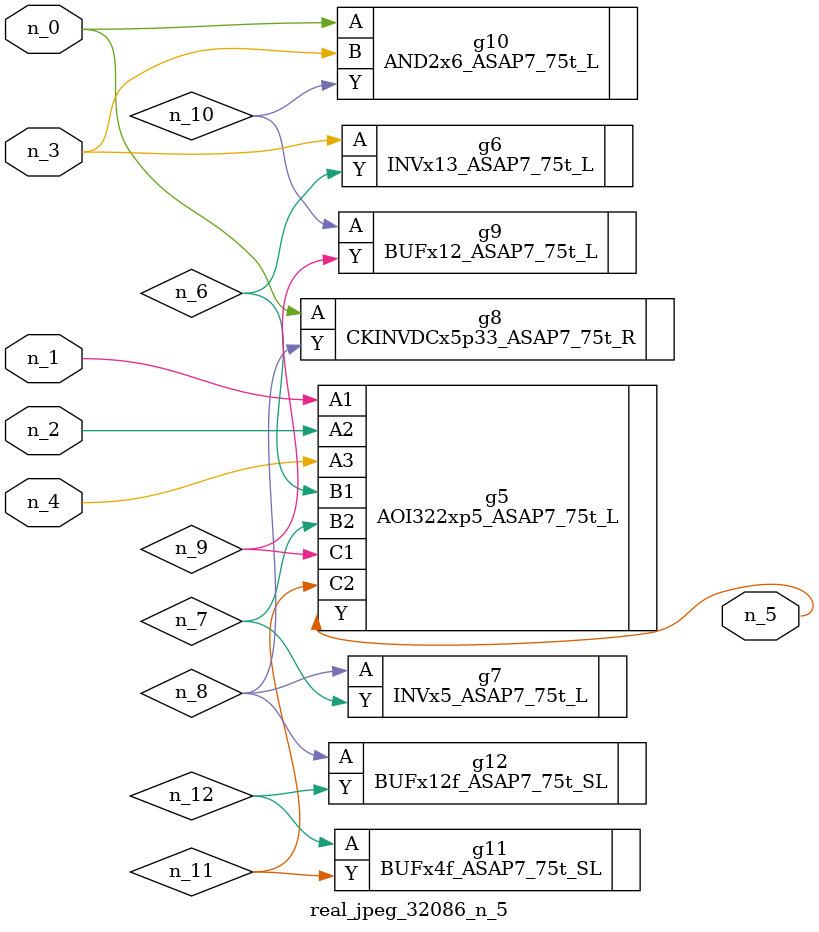
<source format=v>
module real_jpeg_32086_n_5 (n_4, n_0, n_1, n_2, n_3, n_5);

input n_4;
input n_0;
input n_1;
input n_2;
input n_3;

output n_5;

wire n_12;
wire n_8;
wire n_11;
wire n_6;
wire n_7;
wire n_10;
wire n_9;

CKINVDCx5p33_ASAP7_75t_R g8 ( 
.A(n_0),
.Y(n_8)
);

AND2x6_ASAP7_75t_L g10 ( 
.A(n_0),
.B(n_3),
.Y(n_10)
);

AOI322xp5_ASAP7_75t_L g5 ( 
.A1(n_1),
.A2(n_2),
.A3(n_4),
.B1(n_6),
.B2(n_7),
.C1(n_9),
.C2(n_11),
.Y(n_5)
);

INVx13_ASAP7_75t_L g6 ( 
.A(n_3),
.Y(n_6)
);

INVx5_ASAP7_75t_L g7 ( 
.A(n_8),
.Y(n_7)
);

BUFx12f_ASAP7_75t_SL g12 ( 
.A(n_8),
.Y(n_12)
);

BUFx12_ASAP7_75t_L g9 ( 
.A(n_10),
.Y(n_9)
);

BUFx4f_ASAP7_75t_SL g11 ( 
.A(n_12),
.Y(n_11)
);


endmodule
</source>
